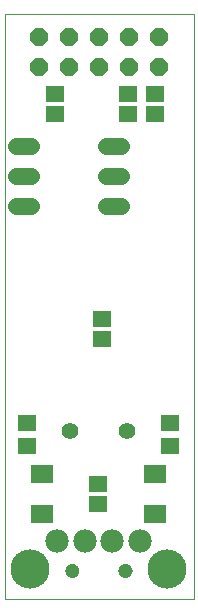
<source format=gbs>
G75*
%MOIN*%
%OFA0B0*%
%FSLAX24Y24*%
%IPPOS*%
%LPD*%
%AMOC8*
5,1,8,0,0,1.08239X$1,22.5*
%
%ADD10C,0.0000*%
%ADD11C,0.0560*%
%ADD12C,0.0560*%
%ADD13R,0.0749X0.0591*%
%ADD14C,0.0780*%
%ADD15C,0.1306*%
%ADD16C,0.0473*%
%ADD17R,0.0631X0.0552*%
%ADD18OC8,0.0600*%
D10*
X000980Y006148D02*
X000980Y025648D01*
X007280Y025648D01*
X007280Y006148D01*
X000980Y006148D01*
X003002Y007109D02*
X003004Y007138D01*
X003010Y007166D01*
X003019Y007194D01*
X003032Y007220D01*
X003049Y007243D01*
X003068Y007265D01*
X003090Y007284D01*
X003115Y007299D01*
X003141Y007312D01*
X003169Y007320D01*
X003197Y007325D01*
X003226Y007326D01*
X003255Y007323D01*
X003283Y007316D01*
X003310Y007306D01*
X003336Y007292D01*
X003359Y007275D01*
X003380Y007255D01*
X003398Y007232D01*
X003413Y007207D01*
X003424Y007180D01*
X003432Y007152D01*
X003436Y007123D01*
X003436Y007095D01*
X003432Y007066D01*
X003424Y007038D01*
X003413Y007011D01*
X003398Y006986D01*
X003380Y006963D01*
X003359Y006943D01*
X003336Y006926D01*
X003310Y006912D01*
X003283Y006902D01*
X003255Y006895D01*
X003226Y006892D01*
X003197Y006893D01*
X003169Y006898D01*
X003141Y006906D01*
X003115Y006919D01*
X003090Y006934D01*
X003068Y006953D01*
X003049Y006975D01*
X003032Y006998D01*
X003019Y007024D01*
X003010Y007052D01*
X003004Y007080D01*
X003002Y007109D01*
X004774Y007109D02*
X004776Y007138D01*
X004782Y007166D01*
X004791Y007194D01*
X004804Y007220D01*
X004821Y007243D01*
X004840Y007265D01*
X004862Y007284D01*
X004887Y007299D01*
X004913Y007312D01*
X004941Y007320D01*
X004969Y007325D01*
X004998Y007326D01*
X005027Y007323D01*
X005055Y007316D01*
X005082Y007306D01*
X005108Y007292D01*
X005131Y007275D01*
X005152Y007255D01*
X005170Y007232D01*
X005185Y007207D01*
X005196Y007180D01*
X005204Y007152D01*
X005208Y007123D01*
X005208Y007095D01*
X005204Y007066D01*
X005196Y007038D01*
X005185Y007011D01*
X005170Y006986D01*
X005152Y006963D01*
X005131Y006943D01*
X005108Y006926D01*
X005082Y006912D01*
X005055Y006902D01*
X005027Y006895D01*
X004998Y006892D01*
X004969Y006893D01*
X004941Y006898D01*
X004913Y006906D01*
X004887Y006919D01*
X004862Y006934D01*
X004840Y006953D01*
X004821Y006975D01*
X004804Y006998D01*
X004791Y007024D01*
X004782Y007052D01*
X004776Y007080D01*
X004774Y007109D01*
D11*
X005055Y011773D03*
X003155Y011773D03*
D12*
X004345Y019273D02*
X004865Y019273D01*
X004865Y020273D02*
X004345Y020273D01*
X004345Y021273D02*
X004865Y021273D01*
X001865Y021273D02*
X001345Y021273D01*
X001345Y020273D02*
X001865Y020273D01*
X001865Y019273D02*
X001345Y019273D01*
D13*
X002230Y010317D03*
X002230Y008979D03*
X005980Y008979D03*
X005980Y010317D03*
D14*
X005483Y008093D03*
X004549Y008093D03*
X003661Y008093D03*
X002727Y008093D03*
D15*
X001822Y007148D03*
X006388Y007148D03*
D16*
X004991Y007109D03*
X003219Y007109D03*
D17*
X004105Y009313D03*
X004105Y009983D03*
X004230Y014813D03*
X004230Y015483D03*
X005105Y022313D03*
X005105Y022983D03*
X005980Y022983D03*
X005980Y022313D03*
X006480Y012022D03*
X006480Y011274D03*
X002668Y022313D03*
X002668Y022983D03*
X001730Y012022D03*
X001730Y011274D03*
D18*
X002130Y023898D03*
X002130Y024898D03*
X003130Y024898D03*
X003130Y023898D03*
X004130Y023898D03*
X004130Y024898D03*
X005130Y024898D03*
X005130Y023898D03*
X006130Y023898D03*
X006130Y024898D03*
M02*

</source>
